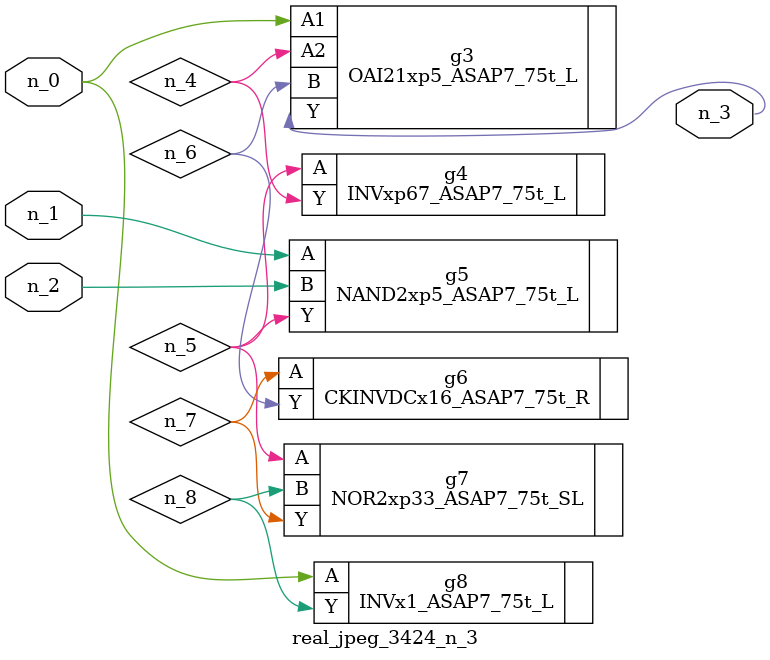
<source format=v>
module real_jpeg_3424_n_3 (n_1, n_0, n_2, n_3);

input n_1;
input n_0;
input n_2;

output n_3;

wire n_5;
wire n_4;
wire n_8;
wire n_6;
wire n_7;

OAI21xp5_ASAP7_75t_L g3 ( 
.A1(n_0),
.A2(n_4),
.B(n_6),
.Y(n_3)
);

INVx1_ASAP7_75t_L g8 ( 
.A(n_0),
.Y(n_8)
);

NAND2xp5_ASAP7_75t_L g5 ( 
.A(n_1),
.B(n_2),
.Y(n_5)
);

INVxp67_ASAP7_75t_L g4 ( 
.A(n_5),
.Y(n_4)
);

NOR2xp33_ASAP7_75t_SL g7 ( 
.A(n_5),
.B(n_8),
.Y(n_7)
);

CKINVDCx16_ASAP7_75t_R g6 ( 
.A(n_7),
.Y(n_6)
);


endmodule
</source>
